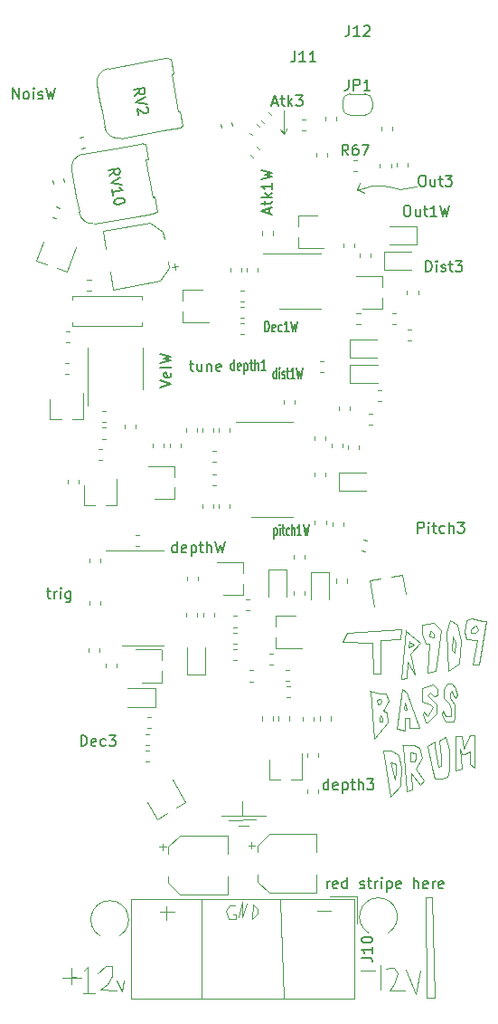
<source format=gbr>
G04 #@! TF.GenerationSoftware,KiCad,Pcbnew,(5.1.2-1)-1*
G04 #@! TF.CreationDate,2022-08-10T15:30:44-04:00*
G04 #@! TF.ProjectId,BassDrum_TR909,42617373-4472-4756-9d5f-54523930392e,rev?*
G04 #@! TF.SameCoordinates,Original*
G04 #@! TF.FileFunction,Legend,Top*
G04 #@! TF.FilePolarity,Positive*
%FSLAX46Y46*%
G04 Gerber Fmt 4.6, Leading zero omitted, Abs format (unit mm)*
G04 Created by KiCad (PCBNEW (5.1.2-1)-1) date 2022-08-10 15:30:44*
%MOMM*%
%LPD*%
G04 APERTURE LIST*
%ADD10C,0.120000*%
%ADD11C,0.150000*%
G04 APERTURE END LIST*
D10*
X37500000Y-95030000D02*
X37100000Y-94610000D01*
X37500000Y-95400000D02*
X37500000Y-95030000D01*
X36980000Y-95950000D02*
X37500000Y-95400000D01*
X37070000Y-94570000D02*
X36980000Y-95950000D01*
X36100000Y-95770000D02*
X36510000Y-94540000D01*
X36070000Y-94370000D02*
X36100000Y-95770000D01*
X35710000Y-95740000D02*
X36070000Y-94370000D01*
X35480000Y-95550000D02*
X35240000Y-95550000D01*
X35450000Y-95960000D02*
X35480000Y-95550000D01*
X34750000Y-95960000D02*
X35450000Y-95960000D01*
X34560000Y-95180000D02*
X34750000Y-95960000D01*
X34900000Y-94650000D02*
X34560000Y-95180000D01*
X35380000Y-94640000D02*
X34900000Y-94650000D01*
X43090000Y-95170000D02*
X44390000Y-95170000D01*
X28990000Y-94720000D02*
X28990000Y-96060000D01*
X28380000Y-95290000D02*
X29730000Y-95250000D01*
X39630000Y-94150000D02*
X39950000Y-103400000D01*
X32210000Y-94110000D02*
X32210000Y-103320000D01*
X35720000Y-87220000D02*
X36690000Y-87220000D01*
X37300000Y-86650000D02*
X34820000Y-86690000D01*
X34130000Y-86250000D02*
X38240000Y-86250000D01*
X36040000Y-86250000D02*
X34130000Y-86250000D01*
X36040000Y-84900000D02*
X36040000Y-86250000D01*
X53860000Y-93880000D02*
X53280000Y-93880000D01*
X54070000Y-103270000D02*
X53860000Y-93880000D01*
X53310000Y-103300000D02*
X54070000Y-103270000D01*
X53220000Y-93910000D02*
X53310000Y-103300000D01*
D11*
X43987619Y-93072380D02*
X43987619Y-92405714D01*
X43987619Y-92596190D02*
X44035238Y-92500952D01*
X44082857Y-92453333D01*
X44178095Y-92405714D01*
X44273333Y-92405714D01*
X44987619Y-93024761D02*
X44892380Y-93072380D01*
X44701904Y-93072380D01*
X44606666Y-93024761D01*
X44559047Y-92929523D01*
X44559047Y-92548571D01*
X44606666Y-92453333D01*
X44701904Y-92405714D01*
X44892380Y-92405714D01*
X44987619Y-92453333D01*
X45035238Y-92548571D01*
X45035238Y-92643809D01*
X44559047Y-92739047D01*
X45892380Y-93072380D02*
X45892380Y-92072380D01*
X45892380Y-93024761D02*
X45797142Y-93072380D01*
X45606666Y-93072380D01*
X45511428Y-93024761D01*
X45463809Y-92977142D01*
X45416190Y-92881904D01*
X45416190Y-92596190D01*
X45463809Y-92500952D01*
X45511428Y-92453333D01*
X45606666Y-92405714D01*
X45797142Y-92405714D01*
X45892380Y-92453333D01*
X47082857Y-93024761D02*
X47178095Y-93072380D01*
X47368571Y-93072380D01*
X47463809Y-93024761D01*
X47511428Y-92929523D01*
X47511428Y-92881904D01*
X47463809Y-92786666D01*
X47368571Y-92739047D01*
X47225714Y-92739047D01*
X47130476Y-92691428D01*
X47082857Y-92596190D01*
X47082857Y-92548571D01*
X47130476Y-92453333D01*
X47225714Y-92405714D01*
X47368571Y-92405714D01*
X47463809Y-92453333D01*
X47797142Y-92405714D02*
X48178095Y-92405714D01*
X47940000Y-92072380D02*
X47940000Y-92929523D01*
X47987619Y-93024761D01*
X48082857Y-93072380D01*
X48178095Y-93072380D01*
X48511428Y-93072380D02*
X48511428Y-92405714D01*
X48511428Y-92596190D02*
X48559047Y-92500952D01*
X48606666Y-92453333D01*
X48701904Y-92405714D01*
X48797142Y-92405714D01*
X49130476Y-93072380D02*
X49130476Y-92405714D01*
X49130476Y-92072380D02*
X49082857Y-92120000D01*
X49130476Y-92167619D01*
X49178095Y-92120000D01*
X49130476Y-92072380D01*
X49130476Y-92167619D01*
X49606666Y-92405714D02*
X49606666Y-93405714D01*
X49606666Y-92453333D02*
X49701904Y-92405714D01*
X49892380Y-92405714D01*
X49987619Y-92453333D01*
X50035238Y-92500952D01*
X50082857Y-92596190D01*
X50082857Y-92881904D01*
X50035238Y-92977142D01*
X49987619Y-93024761D01*
X49892380Y-93072380D01*
X49701904Y-93072380D01*
X49606666Y-93024761D01*
X50892380Y-93024761D02*
X50797142Y-93072380D01*
X50606666Y-93072380D01*
X50511428Y-93024761D01*
X50463809Y-92929523D01*
X50463809Y-92548571D01*
X50511428Y-92453333D01*
X50606666Y-92405714D01*
X50797142Y-92405714D01*
X50892380Y-92453333D01*
X50940000Y-92548571D01*
X50940000Y-92643809D01*
X50463809Y-92739047D01*
X52130476Y-93072380D02*
X52130476Y-92072380D01*
X52559047Y-93072380D02*
X52559047Y-92548571D01*
X52511428Y-92453333D01*
X52416190Y-92405714D01*
X52273333Y-92405714D01*
X52178095Y-92453333D01*
X52130476Y-92500952D01*
X53416190Y-93024761D02*
X53320952Y-93072380D01*
X53130476Y-93072380D01*
X53035238Y-93024761D01*
X52987619Y-92929523D01*
X52987619Y-92548571D01*
X53035238Y-92453333D01*
X53130476Y-92405714D01*
X53320952Y-92405714D01*
X53416190Y-92453333D01*
X53463809Y-92548571D01*
X53463809Y-92643809D01*
X52987619Y-92739047D01*
X53892380Y-93072380D02*
X53892380Y-92405714D01*
X53892380Y-92596190D02*
X53940000Y-92500952D01*
X53987619Y-92453333D01*
X54082857Y-92405714D01*
X54178095Y-92405714D01*
X54892380Y-93024761D02*
X54797142Y-93072380D01*
X54606666Y-93072380D01*
X54511428Y-93024761D01*
X54463809Y-92929523D01*
X54463809Y-92548571D01*
X54511428Y-92453333D01*
X54606666Y-92405714D01*
X54797142Y-92405714D01*
X54892380Y-92453333D01*
X54940000Y-92548571D01*
X54940000Y-92643809D01*
X54463809Y-92739047D01*
D10*
X52350000Y-102970000D02*
X52710000Y-100750000D01*
X51420000Y-100690000D02*
X52350000Y-102970000D01*
X49830000Y-102640000D02*
X51330000Y-102610000D01*
X50250000Y-102040000D02*
X49830000Y-102640000D01*
X50640000Y-101020000D02*
X50250000Y-102040000D01*
X50310000Y-100540000D02*
X50640000Y-101020000D01*
X49950000Y-100480000D02*
X50310000Y-100540000D01*
X49560000Y-100570000D02*
X49950000Y-100480000D01*
X48990000Y-100300000D02*
X48990000Y-102520000D01*
X47130000Y-100750000D02*
X48510000Y-100810000D01*
X24830000Y-102730000D02*
X25010000Y-101740000D01*
X24320000Y-101710000D02*
X24830000Y-102730000D01*
X22760000Y-102580000D02*
X24290000Y-102670000D01*
X23450000Y-102070000D02*
X22760000Y-102580000D01*
X23840000Y-101260000D02*
X23450000Y-102070000D01*
X23840000Y-100360000D02*
X23840000Y-101260000D01*
X23240000Y-100330000D02*
X23840000Y-100360000D01*
X22490000Y-100990000D02*
X23240000Y-100330000D01*
X21140000Y-102910000D02*
X22220000Y-102910000D01*
X21590000Y-100420000D02*
X21260000Y-100810000D01*
X21620000Y-100450000D02*
X21620000Y-102880000D01*
X20050000Y-100510000D02*
X20050000Y-102070000D01*
X20050000Y-101380000D02*
X20050000Y-100510000D01*
X20960000Y-101410000D02*
X20050000Y-101380000D01*
X19240000Y-101410000D02*
X20960000Y-101410000D01*
X56600000Y-81860000D02*
X56050000Y-82020000D01*
X56500000Y-80050000D02*
X56600000Y-81860000D01*
X56660000Y-80550000D02*
X56500000Y-80050000D01*
X56870000Y-80550000D02*
X56660000Y-80550000D01*
X57390000Y-80240000D02*
X56870000Y-80550000D01*
X57390000Y-81440000D02*
X57390000Y-80240000D01*
X57860000Y-81810000D02*
X57390000Y-81440000D01*
X57860000Y-78740000D02*
X57860000Y-81810000D01*
X57390000Y-78740000D02*
X57860000Y-78740000D01*
X56790000Y-80000000D02*
X57390000Y-78740000D01*
X56630000Y-78870000D02*
X56790000Y-80000000D01*
X56030000Y-78870000D02*
X56630000Y-78870000D01*
X56030000Y-82050000D02*
X56030000Y-78870000D01*
X54080000Y-79340000D02*
X53380000Y-79790000D01*
X54080000Y-79870000D02*
X54080000Y-79340000D01*
X54450000Y-81680000D02*
X54080000Y-79870000D01*
X54710000Y-81650000D02*
X54450000Y-81680000D01*
X54710000Y-80760000D02*
X54710000Y-81650000D01*
X54500000Y-79240000D02*
X54710000Y-80760000D01*
X55110000Y-78950000D02*
X54500000Y-79240000D01*
X55420000Y-80110000D02*
X55110000Y-78950000D01*
X55420000Y-82050000D02*
X55420000Y-80110000D01*
X55320000Y-82650000D02*
X55420000Y-82050000D01*
X54790000Y-82810000D02*
X55320000Y-82650000D01*
X54080000Y-82780000D02*
X54790000Y-82810000D01*
X53870000Y-81780000D02*
X54080000Y-82780000D01*
X53450000Y-79740000D02*
X53870000Y-81780000D01*
X52330000Y-80450000D02*
X51770000Y-80390000D01*
X52330000Y-80890000D02*
X52330000Y-80450000D01*
X52250000Y-81210000D02*
X52330000Y-80890000D01*
X51770000Y-81210000D02*
X52250000Y-81210000D01*
X51770000Y-80390000D02*
X51770000Y-81210000D01*
X52120000Y-79690000D02*
X51070000Y-79710000D01*
X52670000Y-79950000D02*
X52120000Y-79690000D01*
X52900000Y-80840000D02*
X52670000Y-79950000D01*
X52330000Y-81890000D02*
X52900000Y-80840000D01*
X53090000Y-82990000D02*
X52330000Y-81890000D01*
X52750000Y-83390000D02*
X53090000Y-82990000D01*
X51930000Y-82280000D02*
X52750000Y-83390000D01*
X51960000Y-83810000D02*
X51930000Y-82280000D01*
X51430000Y-83990000D02*
X51960000Y-83810000D01*
X51140000Y-79760000D02*
X51430000Y-83990000D01*
X50310000Y-81340000D02*
X49910000Y-81310000D01*
X50460000Y-81500000D02*
X50310000Y-81340000D01*
X50490000Y-82150000D02*
X50460000Y-81500000D01*
X50410000Y-82910000D02*
X50490000Y-82150000D01*
X49940000Y-81310000D02*
X50410000Y-82910000D01*
X50020000Y-80210000D02*
X49280000Y-80180000D01*
X50670000Y-80630000D02*
X50020000Y-80210000D01*
X50990000Y-81780000D02*
X50670000Y-80630000D01*
X50860000Y-83460000D02*
X50990000Y-81780000D01*
X49910000Y-84510000D02*
X50860000Y-83460000D01*
X49310000Y-80160000D02*
X49910000Y-84510000D01*
X51270000Y-76360000D02*
X51220000Y-76300000D01*
X51510000Y-76380000D02*
X51270000Y-76360000D01*
X51300000Y-75720000D02*
X51510000Y-76380000D01*
X51240000Y-76300000D02*
X51300000Y-75720000D01*
X49050000Y-76890000D02*
X48900000Y-77130000D01*
X49170000Y-77130000D02*
X49050000Y-76890000D01*
X49170000Y-77480000D02*
X49170000Y-77130000D01*
X48930000Y-77510000D02*
X49170000Y-77480000D01*
X48930000Y-77040000D02*
X48930000Y-77510000D01*
X49080000Y-75640000D02*
X49020000Y-75400000D01*
X48960000Y-75910000D02*
X49080000Y-75640000D01*
X48720000Y-75910000D02*
X48960000Y-75910000D01*
X48690000Y-75490000D02*
X48720000Y-75910000D01*
X49020000Y-75400000D02*
X48690000Y-75490000D01*
X56210000Y-74920000D02*
X56090000Y-74780000D01*
X56070000Y-75250000D02*
X56210000Y-74920000D01*
X55800000Y-74950000D02*
X56070000Y-75250000D01*
X55680000Y-74570000D02*
X55800000Y-74950000D01*
X55530000Y-74780000D02*
X55680000Y-74570000D01*
X55530000Y-75310000D02*
X55530000Y-74780000D01*
X55980000Y-75850000D02*
X55530000Y-75310000D01*
X55950000Y-77070000D02*
X55980000Y-75850000D01*
X55890000Y-77510000D02*
X55950000Y-77070000D01*
X55080000Y-77510000D02*
X55890000Y-77510000D01*
X54930000Y-77270000D02*
X55080000Y-77510000D01*
X54730000Y-76770000D02*
X54930000Y-77270000D01*
X54850000Y-76470000D02*
X54730000Y-76770000D01*
X55080000Y-76980000D02*
X54850000Y-76470000D01*
X55620000Y-76980000D02*
X55080000Y-76980000D01*
X55620000Y-76260000D02*
X55620000Y-76980000D01*
X55440000Y-75790000D02*
X55620000Y-76260000D01*
X54960000Y-75310000D02*
X55440000Y-75790000D01*
X54960000Y-74480000D02*
X54960000Y-75310000D01*
X55290000Y-73970000D02*
X54960000Y-74480000D01*
X55740000Y-73970000D02*
X55290000Y-73970000D01*
X56070000Y-74390000D02*
X55740000Y-73970000D01*
X56090000Y-74840000D02*
X56070000Y-74390000D01*
X54340000Y-74420000D02*
X53980000Y-74060000D01*
X54340000Y-75070000D02*
X54340000Y-74420000D01*
X53980000Y-75100000D02*
X54340000Y-75070000D01*
X53630000Y-74750000D02*
X53980000Y-75100000D01*
X53390000Y-75040000D02*
X53630000Y-74750000D01*
X53630000Y-75280000D02*
X53390000Y-75040000D01*
X54250000Y-75880000D02*
X53630000Y-75280000D01*
X54250000Y-76710000D02*
X54250000Y-75880000D01*
X53450000Y-77600000D02*
X54250000Y-76710000D01*
X53210000Y-77600000D02*
X53450000Y-77600000D01*
X53030000Y-76800000D02*
X53210000Y-77600000D01*
X53120000Y-76530000D02*
X53030000Y-76800000D01*
X53450000Y-76980000D02*
X53120000Y-76530000D01*
X53950000Y-76170000D02*
X53450000Y-76980000D01*
X53630000Y-75850000D02*
X53950000Y-76170000D01*
X52910000Y-75640000D02*
X53630000Y-75850000D01*
X52910000Y-74360000D02*
X52910000Y-75640000D01*
X53950000Y-74000000D02*
X52910000Y-74360000D01*
X51310000Y-78340000D02*
X50590000Y-78170000D01*
X51310000Y-77180000D02*
X51310000Y-78340000D01*
X51750000Y-77180000D02*
X51310000Y-77180000D01*
X51750000Y-78050000D02*
X51750000Y-77180000D01*
X52620000Y-78050000D02*
X51750000Y-78050000D01*
X51480000Y-74780000D02*
X52620000Y-78050000D01*
X51040000Y-74480000D02*
X51480000Y-74780000D01*
X50500000Y-78140000D02*
X51040000Y-74480000D01*
X48900000Y-74890000D02*
X48010000Y-74600000D01*
X49490000Y-74890000D02*
X48900000Y-74890000D01*
X49760000Y-75550000D02*
X49490000Y-74890000D01*
X49310000Y-76470000D02*
X49760000Y-75550000D01*
X49640000Y-76620000D02*
X49310000Y-76470000D01*
X49730000Y-77600000D02*
X49640000Y-76620000D01*
X48450000Y-79120000D02*
X49730000Y-77600000D01*
X48060000Y-74570000D02*
X48450000Y-79120000D01*
X58140000Y-68960000D02*
X57970000Y-68530000D01*
X57940000Y-69150000D02*
X58140000Y-68960000D01*
X57520000Y-69150000D02*
X57940000Y-69150000D01*
X57440000Y-68840000D02*
X57520000Y-69150000D01*
X57940000Y-68510000D02*
X57440000Y-68840000D01*
X58900000Y-68110000D02*
X58530000Y-68110000D01*
X58220000Y-72120000D02*
X58900000Y-68110000D01*
X57640000Y-72120000D02*
X58220000Y-72120000D01*
X58080000Y-69880000D02*
X57640000Y-72120000D01*
X57020000Y-69740000D02*
X58080000Y-69880000D01*
X56880000Y-69070000D02*
X57020000Y-69740000D01*
X57020000Y-68030000D02*
X56880000Y-69070000D01*
X57550000Y-67830000D02*
X57020000Y-68030000D01*
X58620000Y-68110000D02*
X57550000Y-67830000D01*
X54050000Y-69240000D02*
X53770000Y-68980000D01*
X54020000Y-69570000D02*
X54050000Y-69240000D01*
X53570000Y-69540000D02*
X54020000Y-69570000D01*
X53710000Y-68980000D02*
X53570000Y-69540000D01*
X56070000Y-70080000D02*
X55760000Y-69540000D01*
X55950000Y-71060000D02*
X56070000Y-70080000D01*
X55730000Y-70810000D02*
X55950000Y-71060000D01*
X55760000Y-69490000D02*
X55730000Y-70810000D01*
X56180000Y-68390000D02*
X55530000Y-68030000D01*
X56510000Y-69910000D02*
X56180000Y-68390000D01*
X56350000Y-72070000D02*
X56510000Y-69910000D01*
X55360000Y-72710000D02*
X56350000Y-72070000D01*
X55200000Y-69120000D02*
X55360000Y-72710000D01*
X55530000Y-68000000D02*
X55200000Y-69120000D01*
X52900000Y-69260000D02*
X52870000Y-69150000D01*
X53260000Y-70220000D02*
X52900000Y-69260000D01*
X53570000Y-70220000D02*
X53260000Y-70220000D01*
X53430000Y-72910000D02*
X53570000Y-70220000D01*
X54220000Y-72770000D02*
X53430000Y-72910000D01*
X54380000Y-71560000D02*
X54220000Y-72770000D01*
X54720000Y-68930000D02*
X54380000Y-71560000D01*
X54020000Y-68230000D02*
X54720000Y-68930000D01*
X52900000Y-68390000D02*
X54020000Y-68230000D01*
X52870000Y-69150000D02*
X52900000Y-68390000D01*
X52140000Y-70330000D02*
X51800000Y-70080000D01*
X51660000Y-70580000D02*
X52140000Y-70330000D01*
X51750000Y-69910000D02*
X51660000Y-70580000D01*
X52730000Y-70160000D02*
X51410000Y-69010000D01*
X51830000Y-71170000D02*
X52730000Y-70160000D01*
X52230000Y-73050000D02*
X51830000Y-71170000D01*
X51550000Y-71900000D02*
X52230000Y-73050000D01*
X51470000Y-73410000D02*
X51550000Y-71900000D01*
X50990000Y-73470000D02*
X51470000Y-73410000D01*
X51380000Y-68960000D02*
X50990000Y-73470000D01*
X45440000Y-70050000D02*
X45860000Y-69180000D01*
X48240000Y-70080000D02*
X45440000Y-70050000D01*
X48300000Y-72960000D02*
X48240000Y-70080000D01*
X49000000Y-72960000D02*
X48300000Y-72960000D01*
X49000000Y-69880000D02*
X49000000Y-72960000D01*
X50910000Y-69820000D02*
X49000000Y-69880000D01*
X50960000Y-68870000D02*
X50910000Y-69820000D01*
X45860000Y-69150000D02*
X50960000Y-68870000D01*
D11*
X44139047Y-83842380D02*
X44139047Y-82842380D01*
X44139047Y-83794761D02*
X44043809Y-83842380D01*
X43853333Y-83842380D01*
X43758095Y-83794761D01*
X43710476Y-83747142D01*
X43662857Y-83651904D01*
X43662857Y-83366190D01*
X43710476Y-83270952D01*
X43758095Y-83223333D01*
X43853333Y-83175714D01*
X44043809Y-83175714D01*
X44139047Y-83223333D01*
X44996190Y-83794761D02*
X44900952Y-83842380D01*
X44710476Y-83842380D01*
X44615238Y-83794761D01*
X44567619Y-83699523D01*
X44567619Y-83318571D01*
X44615238Y-83223333D01*
X44710476Y-83175714D01*
X44900952Y-83175714D01*
X44996190Y-83223333D01*
X45043809Y-83318571D01*
X45043809Y-83413809D01*
X44567619Y-83509047D01*
X45472380Y-83175714D02*
X45472380Y-84175714D01*
X45472380Y-83223333D02*
X45567619Y-83175714D01*
X45758095Y-83175714D01*
X45853333Y-83223333D01*
X45900952Y-83270952D01*
X45948571Y-83366190D01*
X45948571Y-83651904D01*
X45900952Y-83747142D01*
X45853333Y-83794761D01*
X45758095Y-83842380D01*
X45567619Y-83842380D01*
X45472380Y-83794761D01*
X46234285Y-83175714D02*
X46615238Y-83175714D01*
X46377142Y-82842380D02*
X46377142Y-83699523D01*
X46424761Y-83794761D01*
X46520000Y-83842380D01*
X46615238Y-83842380D01*
X46948571Y-83842380D02*
X46948571Y-82842380D01*
X47377142Y-83842380D02*
X47377142Y-83318571D01*
X47329523Y-83223333D01*
X47234285Y-83175714D01*
X47091428Y-83175714D01*
X46996190Y-83223333D01*
X46948571Y-83270952D01*
X47758095Y-82842380D02*
X48377142Y-82842380D01*
X48043809Y-83223333D01*
X48186666Y-83223333D01*
X48281904Y-83270952D01*
X48329523Y-83318571D01*
X48377142Y-83413809D01*
X48377142Y-83651904D01*
X48329523Y-83747142D01*
X48281904Y-83794761D01*
X48186666Y-83842380D01*
X47900952Y-83842380D01*
X47805714Y-83794761D01*
X47758095Y-83747142D01*
X20954761Y-79762380D02*
X20954761Y-78762380D01*
X21192857Y-78762380D01*
X21335714Y-78810000D01*
X21430952Y-78905238D01*
X21478571Y-79000476D01*
X21526190Y-79190952D01*
X21526190Y-79333809D01*
X21478571Y-79524285D01*
X21430952Y-79619523D01*
X21335714Y-79714761D01*
X21192857Y-79762380D01*
X20954761Y-79762380D01*
X22335714Y-79714761D02*
X22240476Y-79762380D01*
X22050000Y-79762380D01*
X21954761Y-79714761D01*
X21907142Y-79619523D01*
X21907142Y-79238571D01*
X21954761Y-79143333D01*
X22050000Y-79095714D01*
X22240476Y-79095714D01*
X22335714Y-79143333D01*
X22383333Y-79238571D01*
X22383333Y-79333809D01*
X21907142Y-79429047D01*
X23240476Y-79714761D02*
X23145238Y-79762380D01*
X22954761Y-79762380D01*
X22859523Y-79714761D01*
X22811904Y-79667142D01*
X22764285Y-79571904D01*
X22764285Y-79286190D01*
X22811904Y-79190952D01*
X22859523Y-79143333D01*
X22954761Y-79095714D01*
X23145238Y-79095714D01*
X23240476Y-79143333D01*
X23573809Y-78762380D02*
X24192857Y-78762380D01*
X23859523Y-79143333D01*
X24002380Y-79143333D01*
X24097619Y-79190952D01*
X24145238Y-79238571D01*
X24192857Y-79333809D01*
X24192857Y-79571904D01*
X24145238Y-79667142D01*
X24097619Y-79714761D01*
X24002380Y-79762380D01*
X23716666Y-79762380D01*
X23621428Y-79714761D01*
X23573809Y-79667142D01*
X17739523Y-65315714D02*
X18120476Y-65315714D01*
X17882380Y-64982380D02*
X17882380Y-65839523D01*
X17930000Y-65934761D01*
X18025238Y-65982380D01*
X18120476Y-65982380D01*
X18453809Y-65982380D02*
X18453809Y-65315714D01*
X18453809Y-65506190D02*
X18501428Y-65410952D01*
X18549047Y-65363333D01*
X18644285Y-65315714D01*
X18739523Y-65315714D01*
X19072857Y-65982380D02*
X19072857Y-65315714D01*
X19072857Y-64982380D02*
X19025238Y-65030000D01*
X19072857Y-65077619D01*
X19120476Y-65030000D01*
X19072857Y-64982380D01*
X19072857Y-65077619D01*
X19977619Y-65315714D02*
X19977619Y-66125238D01*
X19930000Y-66220476D01*
X19882380Y-66268095D01*
X19787142Y-66315714D01*
X19644285Y-66315714D01*
X19549047Y-66268095D01*
X19977619Y-65934761D02*
X19882380Y-65982380D01*
X19691904Y-65982380D01*
X19596666Y-65934761D01*
X19549047Y-65887142D01*
X19501428Y-65791904D01*
X19501428Y-65506190D01*
X19549047Y-65410952D01*
X19596666Y-65363333D01*
X19691904Y-65315714D01*
X19882380Y-65315714D01*
X19977619Y-65363333D01*
X28382380Y-46265238D02*
X29382380Y-45931904D01*
X28382380Y-45598571D01*
X29334761Y-44884285D02*
X29382380Y-44979523D01*
X29382380Y-45170000D01*
X29334761Y-45265238D01*
X29239523Y-45312857D01*
X28858571Y-45312857D01*
X28763333Y-45265238D01*
X28715714Y-45170000D01*
X28715714Y-44979523D01*
X28763333Y-44884285D01*
X28858571Y-44836666D01*
X28953809Y-44836666D01*
X29049047Y-45312857D01*
X29382380Y-44265238D02*
X29334761Y-44360476D01*
X29239523Y-44408095D01*
X28382380Y-44408095D01*
X28382380Y-43979523D02*
X29382380Y-43741428D01*
X28668095Y-43550952D01*
X29382380Y-43360476D01*
X28382380Y-43122380D01*
X31126190Y-44055714D02*
X31507142Y-44055714D01*
X31269047Y-43722380D02*
X31269047Y-44579523D01*
X31316666Y-44674761D01*
X31411904Y-44722380D01*
X31507142Y-44722380D01*
X32269047Y-44055714D02*
X32269047Y-44722380D01*
X31840476Y-44055714D02*
X31840476Y-44579523D01*
X31888095Y-44674761D01*
X31983333Y-44722380D01*
X32126190Y-44722380D01*
X32221428Y-44674761D01*
X32269047Y-44627142D01*
X32745238Y-44055714D02*
X32745238Y-44722380D01*
X32745238Y-44150952D02*
X32792857Y-44103333D01*
X32888095Y-44055714D01*
X33030952Y-44055714D01*
X33126190Y-44103333D01*
X33173809Y-44198571D01*
X33173809Y-44722380D01*
X34030952Y-44674761D02*
X33935714Y-44722380D01*
X33745238Y-44722380D01*
X33650000Y-44674761D01*
X33602380Y-44579523D01*
X33602380Y-44198571D01*
X33650000Y-44103333D01*
X33745238Y-44055714D01*
X33935714Y-44055714D01*
X34030952Y-44103333D01*
X34078571Y-44198571D01*
X34078571Y-44293809D01*
X33602380Y-44389047D01*
X39262857Y-45422380D02*
X39262857Y-44422380D01*
X39262857Y-45374761D02*
X39205714Y-45422380D01*
X39091428Y-45422380D01*
X39034285Y-45374761D01*
X39005714Y-45327142D01*
X38977142Y-45231904D01*
X38977142Y-44946190D01*
X39005714Y-44850952D01*
X39034285Y-44803333D01*
X39091428Y-44755714D01*
X39205714Y-44755714D01*
X39262857Y-44803333D01*
X39548571Y-45422380D02*
X39548571Y-44755714D01*
X39548571Y-44422380D02*
X39520000Y-44470000D01*
X39548571Y-44517619D01*
X39577142Y-44470000D01*
X39548571Y-44422380D01*
X39548571Y-44517619D01*
X39805714Y-45374761D02*
X39862857Y-45422380D01*
X39977142Y-45422380D01*
X40034285Y-45374761D01*
X40062857Y-45279523D01*
X40062857Y-45231904D01*
X40034285Y-45136666D01*
X39977142Y-45089047D01*
X39891428Y-45089047D01*
X39834285Y-45041428D01*
X39805714Y-44946190D01*
X39805714Y-44898571D01*
X39834285Y-44803333D01*
X39891428Y-44755714D01*
X39977142Y-44755714D01*
X40034285Y-44803333D01*
X40234285Y-44755714D02*
X40462857Y-44755714D01*
X40320000Y-44422380D02*
X40320000Y-45279523D01*
X40348571Y-45374761D01*
X40405714Y-45422380D01*
X40462857Y-45422380D01*
X40977142Y-45422380D02*
X40634285Y-45422380D01*
X40805714Y-45422380D02*
X40805714Y-44422380D01*
X40748571Y-44565238D01*
X40691428Y-44660476D01*
X40634285Y-44708095D01*
X41177142Y-44422380D02*
X41320000Y-45422380D01*
X41434285Y-44708095D01*
X41548571Y-45422380D01*
X41691428Y-44422380D01*
X35313333Y-44622380D02*
X35313333Y-43622380D01*
X35313333Y-44574761D02*
X35246666Y-44622380D01*
X35113333Y-44622380D01*
X35046666Y-44574761D01*
X35013333Y-44527142D01*
X34980000Y-44431904D01*
X34980000Y-44146190D01*
X35013333Y-44050952D01*
X35046666Y-44003333D01*
X35113333Y-43955714D01*
X35246666Y-43955714D01*
X35313333Y-44003333D01*
X35913333Y-44574761D02*
X35846666Y-44622380D01*
X35713333Y-44622380D01*
X35646666Y-44574761D01*
X35613333Y-44479523D01*
X35613333Y-44098571D01*
X35646666Y-44003333D01*
X35713333Y-43955714D01*
X35846666Y-43955714D01*
X35913333Y-44003333D01*
X35946666Y-44098571D01*
X35946666Y-44193809D01*
X35613333Y-44289047D01*
X36246666Y-43955714D02*
X36246666Y-44955714D01*
X36246666Y-44003333D02*
X36313333Y-43955714D01*
X36446666Y-43955714D01*
X36513333Y-44003333D01*
X36546666Y-44050952D01*
X36580000Y-44146190D01*
X36580000Y-44431904D01*
X36546666Y-44527142D01*
X36513333Y-44574761D01*
X36446666Y-44622380D01*
X36313333Y-44622380D01*
X36246666Y-44574761D01*
X36780000Y-43955714D02*
X37046666Y-43955714D01*
X36880000Y-43622380D02*
X36880000Y-44479523D01*
X36913333Y-44574761D01*
X36980000Y-44622380D01*
X37046666Y-44622380D01*
X37280000Y-44622380D02*
X37280000Y-43622380D01*
X37580000Y-44622380D02*
X37580000Y-44098571D01*
X37546666Y-44003333D01*
X37480000Y-43955714D01*
X37380000Y-43955714D01*
X37313333Y-44003333D01*
X37280000Y-44050952D01*
X38280000Y-44622380D02*
X37880000Y-44622380D01*
X38080000Y-44622380D02*
X38080000Y-43622380D01*
X38013333Y-43765238D01*
X37946666Y-43860476D01*
X37880000Y-43908095D01*
X29943809Y-61672380D02*
X29943809Y-60672380D01*
X29943809Y-61624761D02*
X29848571Y-61672380D01*
X29658095Y-61672380D01*
X29562857Y-61624761D01*
X29515238Y-61577142D01*
X29467619Y-61481904D01*
X29467619Y-61196190D01*
X29515238Y-61100952D01*
X29562857Y-61053333D01*
X29658095Y-61005714D01*
X29848571Y-61005714D01*
X29943809Y-61053333D01*
X30800952Y-61624761D02*
X30705714Y-61672380D01*
X30515238Y-61672380D01*
X30420000Y-61624761D01*
X30372380Y-61529523D01*
X30372380Y-61148571D01*
X30420000Y-61053333D01*
X30515238Y-61005714D01*
X30705714Y-61005714D01*
X30800952Y-61053333D01*
X30848571Y-61148571D01*
X30848571Y-61243809D01*
X30372380Y-61339047D01*
X31277142Y-61005714D02*
X31277142Y-62005714D01*
X31277142Y-61053333D02*
X31372380Y-61005714D01*
X31562857Y-61005714D01*
X31658095Y-61053333D01*
X31705714Y-61100952D01*
X31753333Y-61196190D01*
X31753333Y-61481904D01*
X31705714Y-61577142D01*
X31658095Y-61624761D01*
X31562857Y-61672380D01*
X31372380Y-61672380D01*
X31277142Y-61624761D01*
X32039047Y-61005714D02*
X32420000Y-61005714D01*
X32181904Y-60672380D02*
X32181904Y-61529523D01*
X32229523Y-61624761D01*
X32324761Y-61672380D01*
X32420000Y-61672380D01*
X32753333Y-61672380D02*
X32753333Y-60672380D01*
X33181904Y-61672380D02*
X33181904Y-61148571D01*
X33134285Y-61053333D01*
X33039047Y-61005714D01*
X32896190Y-61005714D01*
X32800952Y-61053333D01*
X32753333Y-61100952D01*
X33562857Y-60672380D02*
X33800952Y-61672380D01*
X33991428Y-60958095D01*
X34181904Y-61672380D01*
X34420000Y-60672380D01*
X39060000Y-59385714D02*
X39060000Y-60385714D01*
X39060000Y-59433333D02*
X39117142Y-59385714D01*
X39231428Y-59385714D01*
X39288571Y-59433333D01*
X39317142Y-59480952D01*
X39345714Y-59576190D01*
X39345714Y-59861904D01*
X39317142Y-59957142D01*
X39288571Y-60004761D01*
X39231428Y-60052380D01*
X39117142Y-60052380D01*
X39060000Y-60004761D01*
X39602857Y-60052380D02*
X39602857Y-59385714D01*
X39602857Y-59052380D02*
X39574285Y-59100000D01*
X39602857Y-59147619D01*
X39631428Y-59100000D01*
X39602857Y-59052380D01*
X39602857Y-59147619D01*
X39802857Y-59385714D02*
X40031428Y-59385714D01*
X39888571Y-59052380D02*
X39888571Y-59909523D01*
X39917142Y-60004761D01*
X39974285Y-60052380D01*
X40031428Y-60052380D01*
X40488571Y-60004761D02*
X40431428Y-60052380D01*
X40317142Y-60052380D01*
X40260000Y-60004761D01*
X40231428Y-59957142D01*
X40202857Y-59861904D01*
X40202857Y-59576190D01*
X40231428Y-59480952D01*
X40260000Y-59433333D01*
X40317142Y-59385714D01*
X40431428Y-59385714D01*
X40488571Y-59433333D01*
X40745714Y-60052380D02*
X40745714Y-59052380D01*
X41002857Y-60052380D02*
X41002857Y-59528571D01*
X40974285Y-59433333D01*
X40917142Y-59385714D01*
X40831428Y-59385714D01*
X40774285Y-59433333D01*
X40745714Y-59480952D01*
X41602857Y-60052380D02*
X41260000Y-60052380D01*
X41431428Y-60052380D02*
X41431428Y-59052380D01*
X41374285Y-59195238D01*
X41317142Y-59290476D01*
X41260000Y-59338095D01*
X41802857Y-59052380D02*
X41945714Y-60052380D01*
X42060000Y-59338095D01*
X42174285Y-60052380D01*
X42317142Y-59052380D01*
X52527142Y-59842380D02*
X52527142Y-58842380D01*
X52908095Y-58842380D01*
X53003333Y-58890000D01*
X53050952Y-58937619D01*
X53098571Y-59032857D01*
X53098571Y-59175714D01*
X53050952Y-59270952D01*
X53003333Y-59318571D01*
X52908095Y-59366190D01*
X52527142Y-59366190D01*
X53527142Y-59842380D02*
X53527142Y-59175714D01*
X53527142Y-58842380D02*
X53479523Y-58890000D01*
X53527142Y-58937619D01*
X53574761Y-58890000D01*
X53527142Y-58842380D01*
X53527142Y-58937619D01*
X53860476Y-59175714D02*
X54241428Y-59175714D01*
X54003333Y-58842380D02*
X54003333Y-59699523D01*
X54050952Y-59794761D01*
X54146190Y-59842380D01*
X54241428Y-59842380D01*
X55003333Y-59794761D02*
X54908095Y-59842380D01*
X54717619Y-59842380D01*
X54622380Y-59794761D01*
X54574761Y-59747142D01*
X54527142Y-59651904D01*
X54527142Y-59366190D01*
X54574761Y-59270952D01*
X54622380Y-59223333D01*
X54717619Y-59175714D01*
X54908095Y-59175714D01*
X55003333Y-59223333D01*
X55431904Y-59842380D02*
X55431904Y-58842380D01*
X55860476Y-59842380D02*
X55860476Y-59318571D01*
X55812857Y-59223333D01*
X55717619Y-59175714D01*
X55574761Y-59175714D01*
X55479523Y-59223333D01*
X55431904Y-59270952D01*
X56241428Y-58842380D02*
X56860476Y-58842380D01*
X56527142Y-59223333D01*
X56670000Y-59223333D01*
X56765238Y-59270952D01*
X56812857Y-59318571D01*
X56860476Y-59413809D01*
X56860476Y-59651904D01*
X56812857Y-59747142D01*
X56765238Y-59794761D01*
X56670000Y-59842380D01*
X56384285Y-59842380D01*
X56289047Y-59794761D01*
X56241428Y-59747142D01*
D10*
X46820000Y-27730000D02*
X47450000Y-28070000D01*
X47100000Y-27080000D02*
X46820000Y-27730000D01*
X46780000Y-27780000D02*
X47100000Y-27080000D01*
X48140000Y-27330000D02*
X46780000Y-27780000D01*
X49140000Y-27330000D02*
X48140000Y-27330000D01*
X49850000Y-27430000D02*
X49140000Y-27330000D01*
X50780000Y-27720000D02*
X49850000Y-27430000D01*
X52380000Y-27450000D02*
X50780000Y-27720000D01*
D11*
X52850476Y-26412380D02*
X53040952Y-26412380D01*
X53136190Y-26460000D01*
X53231428Y-26555238D01*
X53279047Y-26745714D01*
X53279047Y-27079047D01*
X53231428Y-27269523D01*
X53136190Y-27364761D01*
X53040952Y-27412380D01*
X52850476Y-27412380D01*
X52755238Y-27364761D01*
X52660000Y-27269523D01*
X52612380Y-27079047D01*
X52612380Y-26745714D01*
X52660000Y-26555238D01*
X52755238Y-26460000D01*
X52850476Y-26412380D01*
X54136190Y-26745714D02*
X54136190Y-27412380D01*
X53707619Y-26745714D02*
X53707619Y-27269523D01*
X53755238Y-27364761D01*
X53850476Y-27412380D01*
X53993333Y-27412380D01*
X54088571Y-27364761D01*
X54136190Y-27317142D01*
X54469523Y-26745714D02*
X54850476Y-26745714D01*
X54612380Y-26412380D02*
X54612380Y-27269523D01*
X54660000Y-27364761D01*
X54755238Y-27412380D01*
X54850476Y-27412380D01*
X55088571Y-26412380D02*
X55707619Y-26412380D01*
X55374285Y-26793333D01*
X55517142Y-26793333D01*
X55612380Y-26840952D01*
X55660000Y-26888571D01*
X55707619Y-26983809D01*
X55707619Y-27221904D01*
X55660000Y-27317142D01*
X55612380Y-27364761D01*
X55517142Y-27412380D01*
X55231428Y-27412380D01*
X55136190Y-27364761D01*
X55088571Y-27317142D01*
D10*
X40010000Y-22450000D02*
X40210000Y-22040000D01*
X39650000Y-22110000D02*
X40010000Y-22450000D01*
X39980000Y-22570000D02*
X39650000Y-22110000D01*
X39950000Y-20320000D02*
X39980000Y-22570000D01*
D11*
X38895238Y-19626666D02*
X39371428Y-19626666D01*
X38800000Y-19912380D02*
X39133333Y-18912380D01*
X39466666Y-19912380D01*
X39657142Y-19245714D02*
X40038095Y-19245714D01*
X39800000Y-18912380D02*
X39800000Y-19769523D01*
X39847619Y-19864761D01*
X39942857Y-19912380D01*
X40038095Y-19912380D01*
X40371428Y-19912380D02*
X40371428Y-18912380D01*
X40466666Y-19531428D02*
X40752380Y-19912380D01*
X40752380Y-19245714D02*
X40371428Y-19626666D01*
X41085714Y-18912380D02*
X41704761Y-18912380D01*
X41371428Y-19293333D01*
X41514285Y-19293333D01*
X41609523Y-19340952D01*
X41657142Y-19388571D01*
X41704761Y-19483809D01*
X41704761Y-19721904D01*
X41657142Y-19817142D01*
X41609523Y-19864761D01*
X41514285Y-19912380D01*
X41228571Y-19912380D01*
X41133333Y-19864761D01*
X41085714Y-19817142D01*
X38566666Y-29936190D02*
X38566666Y-29460000D01*
X38852380Y-30031428D02*
X37852380Y-29698095D01*
X38852380Y-29364761D01*
X38185714Y-29174285D02*
X38185714Y-28793333D01*
X37852380Y-29031428D02*
X38709523Y-29031428D01*
X38804761Y-28983809D01*
X38852380Y-28888571D01*
X38852380Y-28793333D01*
X38852380Y-28460000D02*
X37852380Y-28460000D01*
X38471428Y-28364761D02*
X38852380Y-28079047D01*
X38185714Y-28079047D02*
X38566666Y-28460000D01*
X38852380Y-27126666D02*
X38852380Y-27698095D01*
X38852380Y-27412380D02*
X37852380Y-27412380D01*
X37995238Y-27507619D01*
X38090476Y-27602857D01*
X38138095Y-27698095D01*
X37852380Y-26793333D02*
X38852380Y-26555238D01*
X38138095Y-26364761D01*
X38852380Y-26174285D01*
X37852380Y-25936190D01*
X51419047Y-29212380D02*
X51609523Y-29212380D01*
X51704761Y-29260000D01*
X51800000Y-29355238D01*
X51847619Y-29545714D01*
X51847619Y-29879047D01*
X51800000Y-30069523D01*
X51704761Y-30164761D01*
X51609523Y-30212380D01*
X51419047Y-30212380D01*
X51323809Y-30164761D01*
X51228571Y-30069523D01*
X51180952Y-29879047D01*
X51180952Y-29545714D01*
X51228571Y-29355238D01*
X51323809Y-29260000D01*
X51419047Y-29212380D01*
X52704761Y-29545714D02*
X52704761Y-30212380D01*
X52276190Y-29545714D02*
X52276190Y-30069523D01*
X52323809Y-30164761D01*
X52419047Y-30212380D01*
X52561904Y-30212380D01*
X52657142Y-30164761D01*
X52704761Y-30117142D01*
X53038095Y-29545714D02*
X53419047Y-29545714D01*
X53180952Y-29212380D02*
X53180952Y-30069523D01*
X53228571Y-30164761D01*
X53323809Y-30212380D01*
X53419047Y-30212380D01*
X54276190Y-30212380D02*
X53704761Y-30212380D01*
X53990476Y-30212380D02*
X53990476Y-29212380D01*
X53895238Y-29355238D01*
X53800000Y-29450476D01*
X53704761Y-29498095D01*
X54609523Y-29212380D02*
X54847619Y-30212380D01*
X55038095Y-29498095D01*
X55228571Y-30212380D01*
X55466666Y-29212380D01*
X53263333Y-35392380D02*
X53263333Y-34392380D01*
X53501428Y-34392380D01*
X53644285Y-34440000D01*
X53739523Y-34535238D01*
X53787142Y-34630476D01*
X53834761Y-34820952D01*
X53834761Y-34963809D01*
X53787142Y-35154285D01*
X53739523Y-35249523D01*
X53644285Y-35344761D01*
X53501428Y-35392380D01*
X53263333Y-35392380D01*
X54263333Y-35392380D02*
X54263333Y-34725714D01*
X54263333Y-34392380D02*
X54215714Y-34440000D01*
X54263333Y-34487619D01*
X54310952Y-34440000D01*
X54263333Y-34392380D01*
X54263333Y-34487619D01*
X54691904Y-35344761D02*
X54787142Y-35392380D01*
X54977619Y-35392380D01*
X55072857Y-35344761D01*
X55120476Y-35249523D01*
X55120476Y-35201904D01*
X55072857Y-35106666D01*
X54977619Y-35059047D01*
X54834761Y-35059047D01*
X54739523Y-35011428D01*
X54691904Y-34916190D01*
X54691904Y-34868571D01*
X54739523Y-34773333D01*
X54834761Y-34725714D01*
X54977619Y-34725714D01*
X55072857Y-34773333D01*
X55406190Y-34725714D02*
X55787142Y-34725714D01*
X55549047Y-34392380D02*
X55549047Y-35249523D01*
X55596666Y-35344761D01*
X55691904Y-35392380D01*
X55787142Y-35392380D01*
X56025238Y-34392380D02*
X56644285Y-34392380D01*
X56310952Y-34773333D01*
X56453809Y-34773333D01*
X56549047Y-34820952D01*
X56596666Y-34868571D01*
X56644285Y-34963809D01*
X56644285Y-35201904D01*
X56596666Y-35297142D01*
X56549047Y-35344761D01*
X56453809Y-35392380D01*
X56168095Y-35392380D01*
X56072857Y-35344761D01*
X56025238Y-35297142D01*
X38163333Y-41032380D02*
X38163333Y-40032380D01*
X38330000Y-40032380D01*
X38430000Y-40080000D01*
X38496666Y-40175238D01*
X38530000Y-40270476D01*
X38563333Y-40460952D01*
X38563333Y-40603809D01*
X38530000Y-40794285D01*
X38496666Y-40889523D01*
X38430000Y-40984761D01*
X38330000Y-41032380D01*
X38163333Y-41032380D01*
X39130000Y-40984761D02*
X39063333Y-41032380D01*
X38930000Y-41032380D01*
X38863333Y-40984761D01*
X38830000Y-40889523D01*
X38830000Y-40508571D01*
X38863333Y-40413333D01*
X38930000Y-40365714D01*
X39063333Y-40365714D01*
X39130000Y-40413333D01*
X39163333Y-40508571D01*
X39163333Y-40603809D01*
X38830000Y-40699047D01*
X39763333Y-40984761D02*
X39696666Y-41032380D01*
X39563333Y-41032380D01*
X39496666Y-40984761D01*
X39463333Y-40937142D01*
X39430000Y-40841904D01*
X39430000Y-40556190D01*
X39463333Y-40460952D01*
X39496666Y-40413333D01*
X39563333Y-40365714D01*
X39696666Y-40365714D01*
X39763333Y-40413333D01*
X40430000Y-41032380D02*
X40030000Y-41032380D01*
X40230000Y-41032380D02*
X40230000Y-40032380D01*
X40163333Y-40175238D01*
X40096666Y-40270476D01*
X40030000Y-40318095D01*
X40663333Y-40032380D02*
X40830000Y-41032380D01*
X40963333Y-40318095D01*
X41096666Y-41032380D01*
X41263333Y-40032380D01*
X14557619Y-19248380D02*
X14557619Y-18248380D01*
X15129047Y-19248380D01*
X15129047Y-18248380D01*
X15748095Y-19248380D02*
X15652857Y-19200761D01*
X15605238Y-19153142D01*
X15557619Y-19057904D01*
X15557619Y-18772190D01*
X15605238Y-18676952D01*
X15652857Y-18629333D01*
X15748095Y-18581714D01*
X15890952Y-18581714D01*
X15986190Y-18629333D01*
X16033809Y-18676952D01*
X16081428Y-18772190D01*
X16081428Y-19057904D01*
X16033809Y-19153142D01*
X15986190Y-19200761D01*
X15890952Y-19248380D01*
X15748095Y-19248380D01*
X16510000Y-19248380D02*
X16510000Y-18581714D01*
X16510000Y-18248380D02*
X16462380Y-18296000D01*
X16510000Y-18343619D01*
X16557619Y-18296000D01*
X16510000Y-18248380D01*
X16510000Y-18343619D01*
X16938571Y-19200761D02*
X17033809Y-19248380D01*
X17224285Y-19248380D01*
X17319523Y-19200761D01*
X17367142Y-19105523D01*
X17367142Y-19057904D01*
X17319523Y-18962666D01*
X17224285Y-18915047D01*
X17081428Y-18915047D01*
X16986190Y-18867428D01*
X16938571Y-18772190D01*
X16938571Y-18724571D01*
X16986190Y-18629333D01*
X17081428Y-18581714D01*
X17224285Y-18581714D01*
X17319523Y-18629333D01*
X17700476Y-18248380D02*
X17938571Y-19248380D01*
X18129047Y-18534095D01*
X18319523Y-19248380D01*
X18557619Y-18248380D01*
D10*
X46160000Y-18780000D02*
X47560000Y-18780000D01*
X48260000Y-19480000D02*
X48260000Y-20080000D01*
X47560000Y-20780000D02*
X46160000Y-20780000D01*
X45460000Y-20080000D02*
X45460000Y-19480000D01*
X45460000Y-19480000D02*
G75*
G02X46160000Y-18780000I700000J0D01*
G01*
X46160000Y-20780000D02*
G75*
G02X45460000Y-20080000I0J700000D01*
G01*
X48260000Y-20080000D02*
G75*
G02X47560000Y-20780000I-700000J0D01*
G01*
X47560000Y-18780000D02*
G75*
G02X48260000Y-19480000I0J-700000D01*
G01*
X46468733Y-26010000D02*
X46811267Y-26010000D01*
X46468733Y-24990000D02*
X46811267Y-24990000D01*
X45110000Y-54170000D02*
X47660000Y-54170000D01*
X45110000Y-55870000D02*
X47660000Y-55870000D01*
X45110000Y-54170000D02*
X45110000Y-55870000D01*
X49370000Y-33570000D02*
X51920000Y-33570000D01*
X49370000Y-35270000D02*
X51920000Y-35270000D01*
X49370000Y-33570000D02*
X49370000Y-35270000D01*
X52370000Y-32840000D02*
X49820000Y-32840000D01*
X52370000Y-31140000D02*
X49820000Y-31140000D01*
X52370000Y-32840000D02*
X52370000Y-31140000D01*
X46140000Y-41730000D02*
X48690000Y-41730000D01*
X46140000Y-43430000D02*
X48690000Y-43430000D01*
X46140000Y-41730000D02*
X46140000Y-43430000D01*
X46170000Y-44100000D02*
X48720000Y-44100000D01*
X46170000Y-45800000D02*
X48720000Y-45800000D01*
X46170000Y-44100000D02*
X46170000Y-45800000D01*
X40240000Y-63240000D02*
X40240000Y-65790000D01*
X38540000Y-63240000D02*
X38540000Y-65790000D01*
X40240000Y-63240000D02*
X38540000Y-63240000D01*
X44220000Y-63480000D02*
X44220000Y-66030000D01*
X42520000Y-63480000D02*
X42520000Y-66030000D01*
X44220000Y-63480000D02*
X42520000Y-63480000D01*
X30930000Y-73080000D02*
X30930000Y-70530000D01*
X32630000Y-73080000D02*
X32630000Y-70530000D01*
X30930000Y-73080000D02*
X32630000Y-73080000D01*
X27900000Y-76090000D02*
X25350000Y-76090000D01*
X27900000Y-74390000D02*
X25350000Y-74390000D01*
X27900000Y-76090000D02*
X27900000Y-74390000D01*
X47900088Y-97241646D02*
G75*
G02X49740088Y-97241646I920000J1512118D01*
G01*
X22730086Y-97511649D02*
G75*
G02X24570086Y-97511649I920000J1512118D01*
G01*
X46790088Y-93824529D02*
X46790088Y-96364529D01*
X46790088Y-93824529D02*
X44250088Y-93824529D01*
X46540088Y-94074529D02*
X46540088Y-103424529D01*
X25680088Y-94074529D02*
X46540088Y-94074529D01*
X25680088Y-103424529D02*
X25680088Y-94074529D01*
X46540088Y-103424529D02*
X25680088Y-103424529D01*
X41490000Y-33720000D02*
X38040000Y-33720000D01*
X41490000Y-33720000D02*
X43440000Y-33720000D01*
X41490000Y-38840000D02*
X39540000Y-38840000D01*
X41490000Y-38840000D02*
X43440000Y-38840000D01*
X26750000Y-61485000D02*
X23300000Y-61485000D01*
X26750000Y-61485000D02*
X28700000Y-61485000D01*
X26750000Y-70355000D02*
X24800000Y-70355000D01*
X26750000Y-70355000D02*
X28700000Y-70355000D01*
X21600000Y-44500000D02*
X21600000Y-47950000D01*
X21600000Y-44500000D02*
X21600000Y-42550000D01*
X26720000Y-44500000D02*
X26720000Y-46450000D01*
X26720000Y-44500000D02*
X26720000Y-42550000D01*
X20520948Y-28393167D02*
X20343827Y-27388663D01*
X26524760Y-23455603D02*
X24633930Y-23789008D01*
X27240996Y-30051436D02*
X26216796Y-30232030D01*
X26985289Y-23475943D02*
X27231869Y-24874370D01*
X27034908Y-24909099D02*
X27656568Y-28434711D01*
X27656568Y-28434711D02*
X27853530Y-28399981D01*
X27853530Y-28399981D02*
X28100110Y-29798408D01*
X28100110Y-29798408D02*
X27903148Y-29833138D01*
X20343827Y-27388663D02*
X20085091Y-25921300D01*
X21147710Y-24403723D02*
X24633930Y-23789008D01*
X26216796Y-30232030D02*
X22297261Y-30923150D01*
X20779684Y-29860531D02*
X20520948Y-28393167D01*
X20085091Y-25921300D02*
G75*
G02X21147710Y-24403723I1290098J227479D01*
G01*
X22297261Y-30923150D02*
G75*
G02X20779684Y-29860531I-227479J1290098D01*
G01*
X27034908Y-24909099D02*
X27231869Y-24874370D01*
X26985289Y-23475943D02*
X26788327Y-23510672D01*
X26788327Y-23510672D02*
X26770962Y-23412191D01*
X26770962Y-23412191D02*
X26524760Y-23455603D01*
X27903148Y-29833138D02*
X27920513Y-29931619D01*
X27920513Y-29931619D02*
X27240996Y-30051436D01*
X22900948Y-20393167D02*
X22723827Y-19388663D01*
X28904760Y-15455603D02*
X27013930Y-15789008D01*
X29620996Y-22051436D02*
X28596796Y-22232030D01*
X29365289Y-15475943D02*
X29611869Y-16874370D01*
X29414908Y-16909099D02*
X30036568Y-20434711D01*
X30036568Y-20434711D02*
X30233530Y-20399981D01*
X30233530Y-20399981D02*
X30480110Y-21798408D01*
X30480110Y-21798408D02*
X30283148Y-21833138D01*
X22723827Y-19388663D02*
X22465091Y-17921300D01*
X23527710Y-16403723D02*
X27013930Y-15789008D01*
X28596796Y-22232030D02*
X24677261Y-22923150D01*
X23159684Y-21860531D02*
X22900948Y-20393167D01*
X22465091Y-17921300D02*
G75*
G02X23527710Y-16403723I1290098J227479D01*
G01*
X24677261Y-22923150D02*
G75*
G02X23159684Y-21860531I-227479J1290098D01*
G01*
X29414908Y-16909099D02*
X29611869Y-16874370D01*
X29365289Y-15475943D02*
X29168327Y-15510672D01*
X29168327Y-15510672D02*
X29150962Y-15412191D01*
X29150962Y-15412191D02*
X28904760Y-15455603D01*
X30283148Y-21833138D02*
X30300513Y-21931619D01*
X30300513Y-21931619D02*
X29620996Y-22051436D01*
X45450000Y-51811267D02*
X45450000Y-51468733D01*
X44430000Y-51811267D02*
X44430000Y-51468733D01*
X21881267Y-36170000D02*
X21538733Y-36170000D01*
X21881267Y-37190000D02*
X21538733Y-37190000D01*
X36480000Y-35058733D02*
X36480000Y-35401267D01*
X37500000Y-35058733D02*
X37500000Y-35401267D01*
X46768733Y-40330000D02*
X47111267Y-40330000D01*
X46768733Y-39310000D02*
X47111267Y-39310000D01*
X26690000Y-40460000D02*
X26690000Y-40130000D01*
X20150000Y-40460000D02*
X26690000Y-40460000D01*
X20150000Y-40130000D02*
X20150000Y-40460000D01*
X26690000Y-37720000D02*
X26690000Y-38050000D01*
X20150000Y-37720000D02*
X26690000Y-37720000D01*
X20150000Y-38050000D02*
X20150000Y-37720000D01*
X47727226Y-60547488D02*
X47389896Y-60488008D01*
X47550104Y-61551992D02*
X47212774Y-61492512D01*
X48120000Y-34091267D02*
X48120000Y-33748733D01*
X47100000Y-34091267D02*
X47100000Y-33748733D01*
X51510000Y-37158733D02*
X51510000Y-37501267D01*
X52530000Y-37158733D02*
X52530000Y-37501267D01*
X35908733Y-38180000D02*
X36251267Y-38180000D01*
X35908733Y-37160000D02*
X36251267Y-37160000D01*
X35980000Y-35391267D02*
X35980000Y-35048733D01*
X34960000Y-35391267D02*
X34960000Y-35048733D01*
X35898733Y-41250000D02*
X36241267Y-41250000D01*
X35898733Y-40230000D02*
X36241267Y-40230000D01*
X45510000Y-59211267D02*
X45510000Y-58868733D01*
X44490000Y-59211267D02*
X44490000Y-58868733D01*
X22720000Y-70961267D02*
X22720000Y-70618733D01*
X21700000Y-70961267D02*
X21700000Y-70618733D01*
X46000000Y-51698733D02*
X46000000Y-52041267D01*
X47020000Y-51698733D02*
X47020000Y-52041267D01*
X51588733Y-41870000D02*
X51931267Y-41870000D01*
X51588733Y-40850000D02*
X51931267Y-40850000D01*
X43721267Y-43750000D02*
X43378733Y-43750000D01*
X43721267Y-44770000D02*
X43378733Y-44770000D01*
X49121267Y-46490000D02*
X48778733Y-46490000D01*
X49121267Y-47510000D02*
X48778733Y-47510000D01*
X46570000Y-33141267D02*
X46570000Y-32798733D01*
X45550000Y-33141267D02*
X45550000Y-32798733D01*
X42170000Y-83808733D02*
X42170000Y-84151267D01*
X43190000Y-83808733D02*
X43190000Y-84151267D01*
X43340000Y-77018733D02*
X43340000Y-77361267D01*
X44360000Y-77018733D02*
X44360000Y-77361267D01*
X49990000Y-25651267D02*
X49990000Y-25308733D01*
X48970000Y-25651267D02*
X48970000Y-25308733D01*
X42770000Y-77371267D02*
X42770000Y-77028733D01*
X41750000Y-77371267D02*
X41750000Y-77028733D01*
X38930000Y-31981267D02*
X38930000Y-31638733D01*
X37910000Y-31981267D02*
X37910000Y-31638733D01*
X39460000Y-77018733D02*
X39460000Y-77361267D01*
X40480000Y-77018733D02*
X40480000Y-77361267D01*
X37709020Y-23939406D02*
X37446624Y-23719229D01*
X37053376Y-24720771D02*
X36790980Y-24500594D01*
X37081267Y-72700000D02*
X36738733Y-72700000D01*
X37081267Y-73720000D02*
X36738733Y-73720000D01*
X37669020Y-21849406D02*
X37406624Y-21629229D01*
X37013376Y-22630771D02*
X36750980Y-22410594D01*
X40481267Y-72690000D02*
X40138733Y-72690000D01*
X40481267Y-73710000D02*
X40138733Y-73710000D01*
X37840980Y-21290594D02*
X38103376Y-21510771D01*
X38496624Y-20509229D02*
X38759020Y-20729406D01*
X27028733Y-81240000D02*
X27371267Y-81240000D01*
X27028733Y-80220000D02*
X27371267Y-80220000D01*
X35208733Y-70180000D02*
X35551267Y-70180000D01*
X35208733Y-69160000D02*
X35551267Y-69160000D01*
X44000000Y-24631267D02*
X44000000Y-24288733D01*
X42980000Y-24631267D02*
X42980000Y-24288733D01*
X43810000Y-20908733D02*
X43810000Y-21251267D01*
X44830000Y-20908733D02*
X44830000Y-21251267D01*
X27371267Y-78700000D02*
X27028733Y-78700000D01*
X27371267Y-79720000D02*
X27028733Y-79720000D01*
X41890000Y-62221267D02*
X41890000Y-61878733D01*
X40870000Y-62221267D02*
X40870000Y-61878733D01*
X40850000Y-65278733D02*
X40850000Y-65621267D01*
X41870000Y-65278733D02*
X41870000Y-65621267D01*
X45900000Y-64491267D02*
X45900000Y-64148733D01*
X44880000Y-64491267D02*
X44880000Y-64148733D01*
X18278008Y-26879896D02*
X18337488Y-27217226D01*
X19282512Y-26702774D02*
X19341992Y-27040104D01*
X36358733Y-67110001D02*
X36701267Y-67110001D01*
X36358733Y-66090001D02*
X36701267Y-66090001D01*
X18304631Y-30290666D02*
X18626508Y-30407820D01*
X18653492Y-29332180D02*
X18975369Y-29449334D01*
X19901267Y-41030000D02*
X19558733Y-41030000D01*
X19901267Y-42050000D02*
X19558733Y-42050000D01*
X31860000Y-67641267D02*
X31860000Y-67298733D01*
X30840000Y-67641267D02*
X30840000Y-67298733D01*
X31930001Y-64251267D02*
X31930001Y-63908733D01*
X30910001Y-64251267D02*
X30910001Y-63908733D01*
X32380000Y-67328733D02*
X32380000Y-67671267D01*
X33400000Y-67328733D02*
X33400000Y-67671267D01*
X19458733Y-44950000D02*
X19801267Y-44950000D01*
X19458733Y-43930000D02*
X19801267Y-43930000D01*
X23280000Y-72038733D02*
X23280000Y-72381267D01*
X24300000Y-72038733D02*
X24300000Y-72381267D01*
X26411267Y-60010000D02*
X26068733Y-60010000D01*
X26411267Y-61030000D02*
X26068733Y-61030000D01*
X20740000Y-55181267D02*
X20740000Y-54838733D01*
X19720000Y-55181267D02*
X19720000Y-54838733D01*
X50560000Y-25268733D02*
X50560000Y-25611267D01*
X51580000Y-25268733D02*
X51580000Y-25611267D01*
X22608733Y-53040000D02*
X22951267Y-53040000D01*
X22608733Y-52020000D02*
X22951267Y-52020000D01*
X22933733Y-49500000D02*
X23276267Y-49500000D01*
X22933733Y-48480000D02*
X23276267Y-48480000D01*
X22750000Y-66541267D02*
X22750000Y-66198733D01*
X21730000Y-66541267D02*
X21730000Y-66198733D01*
X23291267Y-50010000D02*
X22948733Y-50010000D01*
X23291267Y-51030000D02*
X22948733Y-51030000D01*
X49180000Y-35810000D02*
X46750000Y-35810000D01*
X49200000Y-35820000D02*
X49200000Y-36820000D01*
X49200000Y-38870000D02*
X47350000Y-38870000D01*
X49200000Y-37820000D02*
X49200000Y-38870000D01*
X48021447Y-64316338D02*
X48443413Y-66709420D01*
X48027823Y-64294905D02*
X49012630Y-64121257D01*
X51031486Y-63765278D02*
X51352735Y-65587172D01*
X49997438Y-63947609D02*
X51031486Y-63765278D01*
X30470000Y-40140000D02*
X32900000Y-40140000D01*
X30450000Y-40130000D02*
X30450000Y-39130000D01*
X30450000Y-37080000D02*
X32300000Y-37080000D01*
X30450000Y-38130000D02*
X30450000Y-37080000D01*
X41290000Y-33220000D02*
X43720000Y-33220000D01*
X41270000Y-33210000D02*
X41270000Y-32210000D01*
X41270000Y-30160000D02*
X43120000Y-30160000D01*
X41270000Y-31210000D02*
X41270000Y-30160000D01*
X41660000Y-82910000D02*
X41660000Y-80480000D01*
X41650000Y-82930000D02*
X40650000Y-82930000D01*
X38600000Y-82930000D02*
X38600000Y-81080000D01*
X39650000Y-82930000D02*
X38600000Y-82930000D01*
X30742698Y-85040404D02*
X29527698Y-82935962D01*
X30744038Y-85062724D02*
X29878013Y-85562724D01*
X28102661Y-86587724D02*
X27177661Y-84985577D01*
X29011987Y-86062724D02*
X28102661Y-86587724D01*
X39190000Y-70640000D02*
X41620000Y-70640000D01*
X39170000Y-70630000D02*
X39170000Y-69630000D01*
X39170000Y-67580000D02*
X41020000Y-67580000D01*
X39170000Y-68630000D02*
X39170000Y-67580000D01*
X36120000Y-62580000D02*
X33690000Y-62580000D01*
X36140000Y-62590000D02*
X36140000Y-63590000D01*
X36140000Y-65640000D02*
X34290000Y-65640000D01*
X36140000Y-64590000D02*
X36140000Y-65640000D01*
X19660857Y-35380365D02*
X20491966Y-33096911D01*
X19644620Y-35395738D02*
X18704927Y-35053718D01*
X16778557Y-34352577D02*
X17411295Y-32614145D01*
X17765235Y-34711698D02*
X16778557Y-34352577D01*
X28480000Y-70750000D02*
X26050000Y-70750000D01*
X28500000Y-70760000D02*
X28500000Y-71760000D01*
X28500000Y-73810000D02*
X26650000Y-73810000D01*
X28500000Y-72760000D02*
X28500000Y-73810000D01*
X21120000Y-49180000D02*
X21120000Y-46750000D01*
X21110000Y-49200000D02*
X20110000Y-49200000D01*
X18060000Y-49200000D02*
X18060000Y-47350000D01*
X19110000Y-49200000D02*
X18060000Y-49200000D01*
X24290000Y-57230000D02*
X24290000Y-54800000D01*
X24280000Y-57250000D02*
X23280000Y-57250000D01*
X21230000Y-57250000D02*
X21230000Y-55400000D01*
X22280000Y-57250000D02*
X21230000Y-57250000D01*
X36947586Y-88752031D02*
X36947586Y-89377031D01*
X36635086Y-89064531D02*
X37260086Y-89064531D01*
X37500086Y-92445094D02*
X38564523Y-93509531D01*
X37500086Y-89053968D02*
X38564523Y-87989531D01*
X37500086Y-89053968D02*
X37500086Y-89689531D01*
X37500086Y-92445094D02*
X37500086Y-91809531D01*
X38564523Y-93509531D02*
X43020086Y-93509531D01*
X38564523Y-87989531D02*
X43020086Y-87989531D01*
X43020086Y-87989531D02*
X43020086Y-89689531D01*
X43020086Y-93509531D02*
X43020086Y-91809531D01*
X28597586Y-88892032D02*
X28597586Y-89517032D01*
X28285086Y-89204532D02*
X28910086Y-89204532D01*
X29150086Y-92585095D02*
X30214523Y-93649532D01*
X29150086Y-89193969D02*
X30214523Y-88129532D01*
X29150086Y-89193969D02*
X29150086Y-89829532D01*
X29150086Y-92585095D02*
X29150086Y-91949532D01*
X30214523Y-93649532D02*
X34670086Y-93649532D01*
X30214523Y-88129532D02*
X34670086Y-88129532D01*
X34670086Y-88129532D02*
X34670086Y-89829532D01*
X34670086Y-93649532D02*
X34670086Y-91949532D01*
X50138733Y-40330000D02*
X50481267Y-40330000D01*
X50138733Y-39310000D02*
X50481267Y-39310000D01*
X29819038Y-35261944D02*
X29710508Y-34646439D01*
X30072525Y-34899926D02*
X29457020Y-35008457D01*
X28633638Y-31720927D02*
X27400535Y-30857499D01*
X29222501Y-35060535D02*
X28359073Y-36293638D01*
X29222501Y-35060535D02*
X29112136Y-34434627D01*
X28633638Y-31720927D02*
X28744002Y-32346835D01*
X27400535Y-30857499D02*
X23012662Y-31631200D01*
X28359073Y-36293638D02*
X23971200Y-37067338D01*
X23971200Y-37067338D02*
X23675998Y-35393165D01*
X23012662Y-31631200D02*
X23307864Y-33305373D01*
X36251267Y-38690000D02*
X35908733Y-38690000D01*
X36251267Y-39710000D02*
X35908733Y-39710000D01*
X43190000Y-80771267D02*
X43190000Y-80428733D01*
X42170000Y-80771267D02*
X42170000Y-80428733D01*
X50110000Y-22201267D02*
X50110000Y-21858733D01*
X49090000Y-22201267D02*
X49090000Y-21858733D01*
X38910000Y-77361267D02*
X38910000Y-77018733D01*
X37890000Y-77361267D02*
X37890000Y-77018733D01*
X40561267Y-74160000D02*
X40218733Y-74160000D01*
X40561267Y-75180000D02*
X40218733Y-75180000D01*
X34048008Y-21589896D02*
X34107488Y-21927226D01*
X35052512Y-21412774D02*
X35111992Y-21750104D01*
X38951267Y-71150000D02*
X38608733Y-71150000D01*
X38951267Y-72170000D02*
X38608733Y-72170000D01*
X35561267Y-70710000D02*
X35218733Y-70710000D01*
X35561267Y-71730000D02*
X35218733Y-71730000D01*
X41648733Y-22220000D02*
X41991267Y-22220000D01*
X41648733Y-21200000D02*
X41991267Y-21200000D01*
X27178733Y-78120000D02*
X27521267Y-78120000D01*
X27178733Y-77100000D02*
X27521267Y-77100000D01*
X20989896Y-23881992D02*
X21327226Y-23822512D01*
X20812774Y-22877488D02*
X21150104Y-22818008D01*
X35188733Y-68640000D02*
X35531267Y-68640000D01*
X35188733Y-67620000D02*
X35531267Y-67620000D01*
X25070000Y-49748733D02*
X25070000Y-50091267D01*
X26090000Y-49748733D02*
X26090000Y-50091267D01*
X22750000Y-62571267D02*
X22750000Y-62228733D01*
X21730000Y-62571267D02*
X21730000Y-62228733D01*
X28726000Y-51827267D02*
X28726000Y-51484733D01*
X27706000Y-51827267D02*
X27706000Y-51484733D01*
X29706000Y-53576000D02*
X27276000Y-53576000D01*
X29726000Y-53586000D02*
X29726000Y-54586000D01*
X29726000Y-56636000D02*
X27876000Y-56636000D01*
X29726000Y-55586000D02*
X29726000Y-56636000D01*
X30266000Y-51837267D02*
X30266000Y-51494733D01*
X29246000Y-51837267D02*
X29246000Y-51494733D01*
X42866000Y-50834733D02*
X42866000Y-51177267D01*
X43886000Y-50834733D02*
X43886000Y-51177267D01*
X42866000Y-54204733D02*
X42866000Y-54547267D01*
X43886000Y-54204733D02*
X43886000Y-54547267D01*
X46166000Y-48387267D02*
X46166000Y-48044733D01*
X45146000Y-48387267D02*
X45146000Y-48044733D01*
X47928733Y-49720000D02*
X48271267Y-49720000D01*
X47928733Y-48700000D02*
X48271267Y-48700000D01*
X41006000Y-47757267D02*
X41006000Y-47414733D01*
X39986000Y-47757267D02*
X39986000Y-47414733D01*
X33866000Y-57164733D02*
X33866000Y-57507267D01*
X34886000Y-57164733D02*
X34886000Y-57507267D01*
X32336000Y-57174733D02*
X32336000Y-57517267D01*
X33356000Y-57174733D02*
X33356000Y-57517267D01*
X33299733Y-55366000D02*
X33642267Y-55366000D01*
X33299733Y-54346000D02*
X33642267Y-54346000D01*
X43896000Y-59057267D02*
X43896000Y-58714733D01*
X42876000Y-59057267D02*
X42876000Y-58714733D01*
X30796000Y-50377267D02*
X30796000Y-50034733D01*
X31816000Y-50377267D02*
X31816000Y-50034733D01*
X32326000Y-50024733D02*
X32326000Y-50367267D01*
X33346000Y-50024733D02*
X33346000Y-50367267D01*
X33284733Y-53166000D02*
X33627267Y-53166000D01*
X33284733Y-52146000D02*
X33627267Y-52146000D01*
X34886000Y-50024733D02*
X34886000Y-50367267D01*
X33866000Y-50024733D02*
X33866000Y-50367267D01*
X38876000Y-49491000D02*
X35426000Y-49491000D01*
X38876000Y-49491000D02*
X40826000Y-49491000D01*
X38876000Y-58361000D02*
X36926000Y-58361000D01*
X38876000Y-58361000D02*
X40826000Y-58361000D01*
D11*
X46026666Y-17432380D02*
X46026666Y-18146666D01*
X45979047Y-18289523D01*
X45883809Y-18384761D01*
X45740952Y-18432380D01*
X45645714Y-18432380D01*
X46502857Y-18432380D02*
X46502857Y-17432380D01*
X46883809Y-17432380D01*
X46979047Y-17480000D01*
X47026666Y-17527619D01*
X47074285Y-17622857D01*
X47074285Y-17765714D01*
X47026666Y-17860952D01*
X46979047Y-17908571D01*
X46883809Y-17956190D01*
X46502857Y-17956190D01*
X48026666Y-18432380D02*
X47455238Y-18432380D01*
X47740952Y-18432380D02*
X47740952Y-17432380D01*
X47645714Y-17575238D01*
X47550476Y-17670476D01*
X47455238Y-17718095D01*
X46070476Y-12382380D02*
X46070476Y-13096666D01*
X46022857Y-13239523D01*
X45927619Y-13334761D01*
X45784761Y-13382380D01*
X45689523Y-13382380D01*
X47070476Y-13382380D02*
X46499047Y-13382380D01*
X46784761Y-13382380D02*
X46784761Y-12382380D01*
X46689523Y-12525238D01*
X46594285Y-12620476D01*
X46499047Y-12668095D01*
X47451428Y-12477619D02*
X47499047Y-12430000D01*
X47594285Y-12382380D01*
X47832380Y-12382380D01*
X47927619Y-12430000D01*
X47975238Y-12477619D01*
X48022857Y-12572857D01*
X48022857Y-12668095D01*
X47975238Y-12810952D01*
X47403809Y-13382380D01*
X48022857Y-13382380D01*
X40990476Y-14782380D02*
X40990476Y-15496666D01*
X40942857Y-15639523D01*
X40847619Y-15734761D01*
X40704761Y-15782380D01*
X40609523Y-15782380D01*
X41990476Y-15782380D02*
X41419047Y-15782380D01*
X41704761Y-15782380D02*
X41704761Y-14782380D01*
X41609523Y-14925238D01*
X41514285Y-15020476D01*
X41419047Y-15068095D01*
X42942857Y-15782380D02*
X42371428Y-15782380D01*
X42657142Y-15782380D02*
X42657142Y-14782380D01*
X42561904Y-14925238D01*
X42466666Y-15020476D01*
X42371428Y-15068095D01*
X45997142Y-24522380D02*
X45663809Y-24046190D01*
X45425714Y-24522380D02*
X45425714Y-23522380D01*
X45806666Y-23522380D01*
X45901904Y-23570000D01*
X45949523Y-23617619D01*
X45997142Y-23712857D01*
X45997142Y-23855714D01*
X45949523Y-23950952D01*
X45901904Y-23998571D01*
X45806666Y-24046190D01*
X45425714Y-24046190D01*
X46854285Y-23522380D02*
X46663809Y-23522380D01*
X46568571Y-23570000D01*
X46520952Y-23617619D01*
X46425714Y-23760476D01*
X46378095Y-23950952D01*
X46378095Y-24331904D01*
X46425714Y-24427142D01*
X46473333Y-24474761D01*
X46568571Y-24522380D01*
X46759047Y-24522380D01*
X46854285Y-24474761D01*
X46901904Y-24427142D01*
X46949523Y-24331904D01*
X46949523Y-24093809D01*
X46901904Y-23998571D01*
X46854285Y-23950952D01*
X46759047Y-23903333D01*
X46568571Y-23903333D01*
X46473333Y-23950952D01*
X46425714Y-23998571D01*
X46378095Y-24093809D01*
X47282857Y-23522380D02*
X47949523Y-23522380D01*
X47520952Y-24522380D01*
X47246468Y-99559052D02*
X47960754Y-99559052D01*
X48103611Y-99606671D01*
X48198849Y-99701909D01*
X48246468Y-99844767D01*
X48246468Y-99940005D01*
X48246468Y-98559052D02*
X48246468Y-99130481D01*
X48246468Y-98844767D02*
X47246468Y-98844767D01*
X47389326Y-98940005D01*
X47484564Y-99035243D01*
X47532183Y-99130481D01*
X47246468Y-97940005D02*
X47246468Y-97844767D01*
X47294088Y-97749529D01*
X47341707Y-97701909D01*
X47436945Y-97654290D01*
X47627421Y-97606671D01*
X47865516Y-97606671D01*
X48055992Y-97654290D01*
X48151230Y-97701909D01*
X48198849Y-97749529D01*
X48246468Y-97844767D01*
X48246468Y-97940005D01*
X48198849Y-98035243D01*
X48151230Y-98082862D01*
X48055992Y-98130481D01*
X47865516Y-98178100D01*
X47627421Y-98178100D01*
X47436945Y-98130481D01*
X47341707Y-98082862D01*
X47294088Y-98035243D01*
X47246468Y-97940005D01*
X23638440Y-26473403D02*
X24049513Y-26062445D01*
X23539212Y-25910656D02*
X24524020Y-25737008D01*
X24590172Y-26112173D01*
X24559814Y-26214233D01*
X24521187Y-26269398D01*
X24435665Y-26332831D01*
X24294978Y-26357638D01*
X24192918Y-26327280D01*
X24137753Y-26288654D01*
X24074320Y-26203131D01*
X24008168Y-25827967D01*
X24672861Y-26581129D02*
X23745936Y-27083046D01*
X24788627Y-27237667D01*
X23952660Y-28255437D02*
X23853433Y-27692689D01*
X23903046Y-27974063D02*
X24887854Y-27800415D01*
X24730629Y-27731430D01*
X24620300Y-27654177D01*
X24556867Y-27568655D01*
X25044964Y-28691431D02*
X25061502Y-28785222D01*
X25031145Y-28887283D01*
X24992518Y-28942447D01*
X24906996Y-29005881D01*
X24727682Y-29085852D01*
X24493204Y-29127197D01*
X24297353Y-29113377D01*
X24195293Y-29083020D01*
X24140128Y-29044393D01*
X24076695Y-28958871D01*
X24060157Y-28865079D01*
X24090514Y-28763019D01*
X24129141Y-28707855D01*
X24214663Y-28644421D01*
X24393977Y-28564450D01*
X24628455Y-28523105D01*
X24824306Y-28536925D01*
X24926366Y-28567282D01*
X24981531Y-28605909D01*
X25044964Y-28691431D01*
X26001129Y-18962360D02*
X26412203Y-18551401D01*
X25901902Y-18399612D02*
X26886709Y-18225964D01*
X26952861Y-18601129D01*
X26922503Y-18703189D01*
X26883877Y-18758354D01*
X26798355Y-18821787D01*
X26657668Y-18846594D01*
X26555608Y-18816236D01*
X26500443Y-18777610D01*
X26437009Y-18692087D01*
X26370858Y-18316923D01*
X27035551Y-19070085D02*
X26108626Y-19572002D01*
X27151316Y-19726624D01*
X27107139Y-20024535D02*
X27162303Y-20063162D01*
X27225737Y-20148684D01*
X27267082Y-20383162D01*
X27236724Y-20485222D01*
X27198097Y-20540387D01*
X27112575Y-20603820D01*
X27018784Y-20620358D01*
X26869828Y-20598269D01*
X26207853Y-20134750D01*
X26315350Y-20744393D01*
M02*

</source>
